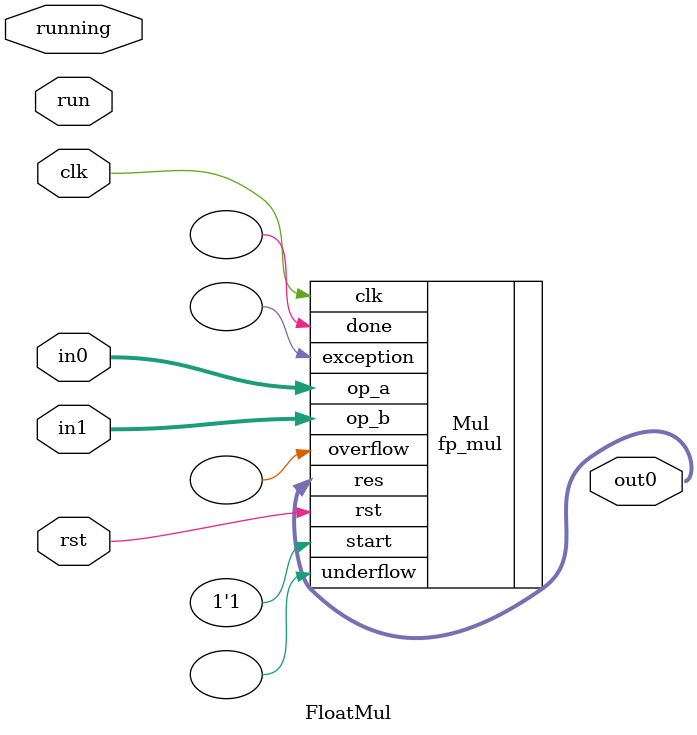
<source format=v>
`timescale 1ns / 1ps
`include "xversat.vh"

module FloatMul #(
         parameter DELAY_W = 32,
         parameter DATA_W = 32
              )
    (
    //control
    input                         clk,
    input                         rst,
    
    input                         running,
    input                         run,

    //input / output data
    input [DATA_W-1:0]            in0,
    input [DATA_W-1:0]            in1,

    (* versat_latency = 4 *) output [DATA_W-1:0]       out0
    );

fp_mul Mul(
    .clk(clk),
    .rst(rst),

    .start(1'b1),
    .done(),

    .op_a(in0),
    .op_b(in1),

    .overflow(),
    .underflow(),
    .exception(),

    .res(out0)
     );

endmodule

</source>
